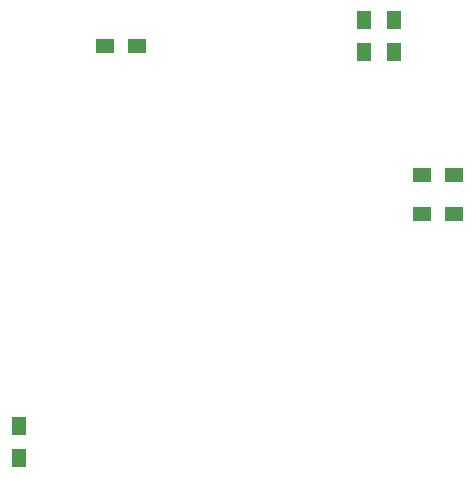
<source format=gbr>
G04 #@! TF.GenerationSoftware,KiCad,Pcbnew,(5.1.2)-1*
G04 #@! TF.CreationDate,2019-08-23T10:18:33-04:00*
G04 #@! TF.ProjectId,VAP_thermal_control,5641505f-7468-4657-926d-616c5f636f6e,rev?*
G04 #@! TF.SameCoordinates,Original*
G04 #@! TF.FileFunction,Paste,Top*
G04 #@! TF.FilePolarity,Positive*
%FSLAX46Y46*%
G04 Gerber Fmt 4.6, Leading zero omitted, Abs format (unit mm)*
G04 Created by KiCad (PCBNEW (5.1.2)-1) date 2019-08-23 10:18:33*
%MOMM*%
%LPD*%
G04 APERTURE LIST*
%ADD10R,1.300000X1.500000*%
%ADD11R,1.500000X1.300000*%
G04 APERTURE END LIST*
D10*
X88392000Y-86454000D03*
X88392000Y-89154000D03*
D11*
X93312000Y-99568000D03*
X96012000Y-99568000D03*
X93312000Y-102870000D03*
X96012000Y-102870000D03*
D10*
X90932000Y-89154000D03*
X90932000Y-86454000D03*
D11*
X66468000Y-88646000D03*
X69168000Y-88646000D03*
D10*
X59182000Y-123524000D03*
X59182000Y-120824000D03*
M02*

</source>
